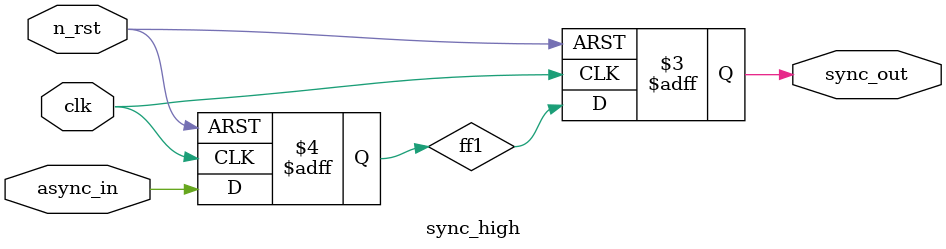
<source format=sv>

module sync_high(
    input wire clk, n_rst,
    input wire async_in,
    output reg sync_out
);
reg ff1;
always_ff @ (posedge clk, negedge n_rst)
begin
    if(1'b0 == n_rst) 
        begin
            ff1 <= 1;
            sync_out <= 1;
        end
    else 
        begin
            ff1<= async_in;
            sync_out <= ff1;
    end
end



endmodule
</source>
